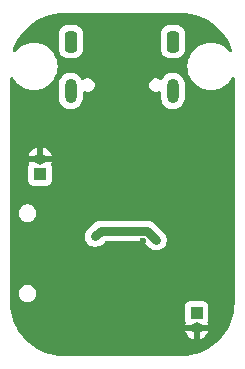
<source format=gbr>
%TF.GenerationSoftware,KiCad,Pcbnew,8.0.1*%
%TF.CreationDate,2024-04-18T20:24:50-07:00*%
%TF.ProjectId,Battery Tester,42617474-6572-4792-9054-65737465722e,rev?*%
%TF.SameCoordinates,Original*%
%TF.FileFunction,Copper,L2,Bot*%
%TF.FilePolarity,Positive*%
%FSLAX46Y46*%
G04 Gerber Fmt 4.6, Leading zero omitted, Abs format (unit mm)*
G04 Created by KiCad (PCBNEW 8.0.1) date 2024-04-18 20:24:50*
%MOMM*%
%LPD*%
G01*
G04 APERTURE LIST*
G04 Aperture macros list*
%AMRoundRect*
0 Rectangle with rounded corners*
0 $1 Rounding radius*
0 $2 $3 $4 $5 $6 $7 $8 $9 X,Y pos of 4 corners*
0 Add a 4 corners polygon primitive as box body*
4,1,4,$2,$3,$4,$5,$6,$7,$8,$9,$2,$3,0*
0 Add four circle primitives for the rounded corners*
1,1,$1+$1,$2,$3*
1,1,$1+$1,$4,$5*
1,1,$1+$1,$6,$7*
1,1,$1+$1,$8,$9*
0 Add four rect primitives between the rounded corners*
20,1,$1+$1,$2,$3,$4,$5,0*
20,1,$1+$1,$4,$5,$6,$7,0*
20,1,$1+$1,$6,$7,$8,$9,0*
20,1,$1+$1,$8,$9,$2,$3,0*%
G04 Aperture macros list end*
%TA.AperFunction,ComponentPad*%
%ADD10R,1.000000X1.000000*%
%TD*%
%TA.AperFunction,ComponentPad*%
%ADD11O,1.000000X1.000000*%
%TD*%
%TA.AperFunction,ComponentPad*%
%ADD12O,1.000000X2.100000*%
%TD*%
%TA.AperFunction,ComponentPad*%
%ADD13RoundRect,0.250000X0.250000X0.650000X-0.250000X0.650000X-0.250000X-0.650000X0.250000X-0.650000X0*%
%TD*%
%TA.AperFunction,ViaPad*%
%ADD14C,0.600000*%
%TD*%
%TA.AperFunction,Conductor*%
%ADD15C,0.750000*%
%TD*%
G04 APERTURE END LIST*
D10*
%TO.P,3.3v,1,Pin_1*%
%TO.N,+3.3V*%
X156275000Y-115850000D03*
D11*
%TO.P,3.3v,2,Pin_2*%
%TO.N,GND*%
X156275000Y-117120000D03*
%TD*%
D12*
%TO.P,J1,SH1,SHELL_GND*%
%TO.N,Net-(J1-SHELL_GND-PadSH1)*%
X154270000Y-97080000D03*
%TO.P,J1,SH2,SHELL_GND*%
X145630000Y-97080000D03*
D13*
%TO.P,J1,SH3,SHELL_GND*%
X154270000Y-92900000D03*
%TO.P,J1,SH4,SHELL_GND*%
X145630000Y-92900000D03*
%TD*%
D10*
%TO.P,BATT,1,+*%
%TO.N,/BATT_CONN*%
X143025000Y-104100000D03*
D11*
%TO.P,BATT,2,-*%
%TO.N,GND*%
X143025000Y-102830000D03*
%TD*%
D14*
%TO.N,GND*%
X151850000Y-102925000D03*
X147750000Y-107700000D03*
X151750000Y-109800000D03*
X150050000Y-102925000D03*
X146775000Y-98800000D03*
X156025000Y-107225000D03*
X153200000Y-98800000D03*
X146850000Y-118050000D03*
X153675000Y-118225000D03*
X146275000Y-106075000D03*
X148250000Y-102950000D03*
X150425000Y-116450000D03*
%TO.N,/BATT_CONN*%
X152875000Y-109700000D03*
X147700000Y-109400000D03*
%TD*%
D15*
%TO.N,/BATT_CONN*%
X152875000Y-109687563D02*
X152112437Y-108925000D01*
X148175000Y-108925000D02*
X147700000Y-109400000D01*
X152112437Y-108925000D02*
X148175000Y-108925000D01*
X152875000Y-109700000D02*
X152875000Y-109687563D01*
%TD*%
%TA.AperFunction,Conductor*%
%TO.N,GND*%
G36*
X155002702Y-90500617D02*
G01*
X155386771Y-90517386D01*
X155397506Y-90518326D01*
X155775971Y-90568152D01*
X155786597Y-90570025D01*
X156159284Y-90652648D01*
X156169710Y-90655442D01*
X156533765Y-90770227D01*
X156543911Y-90773920D01*
X156896578Y-90920000D01*
X156906369Y-90924566D01*
X157244942Y-91100816D01*
X157254310Y-91106224D01*
X157576244Y-91311318D01*
X157585105Y-91317523D01*
X157887930Y-91549889D01*
X157896217Y-91556843D01*
X158177635Y-91814715D01*
X158185284Y-91822364D01*
X158443156Y-92103782D01*
X158450110Y-92112069D01*
X158682476Y-92414894D01*
X158688681Y-92423755D01*
X158893775Y-92745689D01*
X158899183Y-92755057D01*
X159075430Y-93093623D01*
X159080002Y-93103427D01*
X159226075Y-93456078D01*
X159229775Y-93466244D01*
X159286481Y-93646093D01*
X159287867Y-93715949D01*
X159251265Y-93775464D01*
X159188298Y-93805744D01*
X159118956Y-93797174D01*
X159068953Y-93757690D01*
X159015745Y-93686612D01*
X159015729Y-93686594D01*
X158813405Y-93484270D01*
X158813387Y-93484254D01*
X158584317Y-93312775D01*
X158584309Y-93312770D01*
X158333166Y-93175635D01*
X158333167Y-93175635D01*
X158225915Y-93135632D01*
X158065046Y-93075631D01*
X158065043Y-93075630D01*
X158065037Y-93075628D01*
X157785433Y-93014804D01*
X157500001Y-92994390D01*
X157499999Y-92994390D01*
X157214566Y-93014804D01*
X156934962Y-93075628D01*
X156666833Y-93175635D01*
X156415690Y-93312770D01*
X156415682Y-93312775D01*
X156186612Y-93484254D01*
X156186594Y-93484270D01*
X155984270Y-93686594D01*
X155984254Y-93686612D01*
X155812775Y-93915682D01*
X155812770Y-93915690D01*
X155675635Y-94166833D01*
X155575628Y-94434962D01*
X155514804Y-94714566D01*
X155494390Y-94999998D01*
X155494390Y-95000001D01*
X155514804Y-95285433D01*
X155575628Y-95565037D01*
X155575630Y-95565043D01*
X155575631Y-95565046D01*
X155674847Y-95831054D01*
X155675635Y-95833166D01*
X155812770Y-96084309D01*
X155812775Y-96084317D01*
X155984254Y-96313387D01*
X155984270Y-96313405D01*
X156186594Y-96515729D01*
X156186612Y-96515745D01*
X156415682Y-96687224D01*
X156415690Y-96687229D01*
X156666833Y-96824364D01*
X156666832Y-96824364D01*
X156666836Y-96824365D01*
X156666839Y-96824367D01*
X156934954Y-96924369D01*
X156934960Y-96924370D01*
X156934962Y-96924371D01*
X157214566Y-96985195D01*
X157214568Y-96985195D01*
X157214572Y-96985196D01*
X157468220Y-97003337D01*
X157499999Y-97005610D01*
X157500000Y-97005610D01*
X157500001Y-97005610D01*
X157528595Y-97003564D01*
X157785428Y-96985196D01*
X158065046Y-96924369D01*
X158333161Y-96824367D01*
X158584315Y-96687226D01*
X158813395Y-96515739D01*
X159015739Y-96313395D01*
X159187226Y-96084315D01*
X159223992Y-96016982D01*
X159266668Y-95938829D01*
X159316073Y-95889424D01*
X159384346Y-95874572D01*
X159449811Y-95898989D01*
X159491682Y-95954923D01*
X159499500Y-95998256D01*
X159499500Y-114997293D01*
X159499382Y-115002702D01*
X159482614Y-115386750D01*
X159481671Y-115397526D01*
X159431849Y-115775957D01*
X159429971Y-115786610D01*
X159347354Y-116159272D01*
X159344554Y-116169721D01*
X159229775Y-116533755D01*
X159226075Y-116543921D01*
X159080002Y-116896572D01*
X159075430Y-116906376D01*
X158899183Y-117244942D01*
X158893775Y-117254310D01*
X158688681Y-117576244D01*
X158682476Y-117585105D01*
X158450110Y-117887930D01*
X158443156Y-117896217D01*
X158185284Y-118177635D01*
X158177635Y-118185284D01*
X157896217Y-118443156D01*
X157887930Y-118450110D01*
X157585105Y-118682476D01*
X157576244Y-118688681D01*
X157254310Y-118893775D01*
X157244942Y-118899183D01*
X156906376Y-119075430D01*
X156896572Y-119080002D01*
X156543921Y-119226075D01*
X156533755Y-119229775D01*
X156169721Y-119344554D01*
X156159272Y-119347354D01*
X155786610Y-119429971D01*
X155775957Y-119431849D01*
X155397526Y-119481671D01*
X155386750Y-119482614D01*
X155002703Y-119499382D01*
X154997294Y-119499500D01*
X145002706Y-119499500D01*
X144997297Y-119499382D01*
X144613249Y-119482614D01*
X144602473Y-119481671D01*
X144224042Y-119431849D01*
X144213389Y-119429971D01*
X143840727Y-119347354D01*
X143830278Y-119344554D01*
X143466244Y-119229775D01*
X143456078Y-119226075D01*
X143103427Y-119080002D01*
X143093623Y-119075430D01*
X142755057Y-118899183D01*
X142745689Y-118893775D01*
X142423755Y-118688681D01*
X142414894Y-118682476D01*
X142112069Y-118450110D01*
X142103782Y-118443156D01*
X141822364Y-118185284D01*
X141814715Y-118177635D01*
X141556843Y-117896217D01*
X141549889Y-117887930D01*
X141317523Y-117585105D01*
X141311318Y-117576244D01*
X141179926Y-117370000D01*
X155305840Y-117370000D01*
X155346652Y-117504541D01*
X155439503Y-117678253D01*
X155439507Y-117678260D01*
X155564471Y-117830528D01*
X155716739Y-117955491D01*
X155890465Y-118048349D01*
X156025000Y-118089159D01*
X156025000Y-117370000D01*
X155305840Y-117370000D01*
X141179926Y-117370000D01*
X141106224Y-117254310D01*
X141100816Y-117244942D01*
X141058049Y-117162787D01*
X140924566Y-116906369D01*
X140919997Y-116896572D01*
X140904822Y-116859936D01*
X140773920Y-116543911D01*
X140770224Y-116533755D01*
X140746176Y-116457483D01*
X140727380Y-116397870D01*
X155274500Y-116397870D01*
X155274501Y-116397876D01*
X155280908Y-116457483D01*
X155331202Y-116592328D01*
X155331206Y-116592335D01*
X155337561Y-116600824D01*
X155361979Y-116666288D01*
X155348495Y-116729636D01*
X155348981Y-116729838D01*
X155347894Y-116732461D01*
X155347655Y-116733586D01*
X155346650Y-116735464D01*
X155305839Y-116869999D01*
X155305840Y-116870000D01*
X156065382Y-116870000D01*
X156014936Y-116920446D01*
X155972149Y-116994555D01*
X155950000Y-117077213D01*
X155950000Y-117162787D01*
X155972149Y-117245445D01*
X156014936Y-117319554D01*
X156075446Y-117380064D01*
X156149555Y-117422851D01*
X156232213Y-117445000D01*
X156317787Y-117445000D01*
X156400445Y-117422851D01*
X156474554Y-117380064D01*
X156484618Y-117370000D01*
X156525000Y-117370000D01*
X156525000Y-118089159D01*
X156659534Y-118048349D01*
X156833260Y-117955491D01*
X156985528Y-117830528D01*
X157110492Y-117678260D01*
X157110496Y-117678253D01*
X157203347Y-117504541D01*
X157244160Y-117370000D01*
X156525000Y-117370000D01*
X156484618Y-117370000D01*
X156535064Y-117319554D01*
X156577851Y-117245445D01*
X156600000Y-117162787D01*
X156600000Y-117077213D01*
X156577851Y-116994555D01*
X156535064Y-116920446D01*
X156484618Y-116870000D01*
X157244160Y-116870000D01*
X157244160Y-116869999D01*
X157203348Y-116735462D01*
X157202345Y-116733585D01*
X157202115Y-116732483D01*
X157201018Y-116729833D01*
X157201520Y-116729624D01*
X157188105Y-116665182D01*
X157212440Y-116600821D01*
X157218796Y-116592331D01*
X157269091Y-116457483D01*
X157275500Y-116397873D01*
X157275499Y-115302128D01*
X157269091Y-115242517D01*
X157218796Y-115107669D01*
X157218795Y-115107668D01*
X157218793Y-115107664D01*
X157132547Y-114992455D01*
X157132544Y-114992452D01*
X157017335Y-114906206D01*
X157017328Y-114906202D01*
X156882482Y-114855908D01*
X156882483Y-114855908D01*
X156822883Y-114849501D01*
X156822881Y-114849500D01*
X156822873Y-114849500D01*
X156822864Y-114849500D01*
X155727129Y-114849500D01*
X155727123Y-114849501D01*
X155667516Y-114855908D01*
X155532671Y-114906202D01*
X155532664Y-114906206D01*
X155417455Y-114992452D01*
X155417452Y-114992455D01*
X155331206Y-115107664D01*
X155331202Y-115107671D01*
X155280908Y-115242517D01*
X155274501Y-115302116D01*
X155274501Y-115302123D01*
X155274500Y-115302135D01*
X155274500Y-116397870D01*
X140727380Y-116397870D01*
X140655442Y-116169710D01*
X140652648Y-116159284D01*
X140570025Y-115786597D01*
X140568152Y-115775971D01*
X140518326Y-115397506D01*
X140517386Y-115386771D01*
X140500618Y-115002702D01*
X140500500Y-114997293D01*
X140500500Y-114298920D01*
X141199499Y-114298920D01*
X141228340Y-114443907D01*
X141228343Y-114443917D01*
X141284912Y-114580488D01*
X141284919Y-114580501D01*
X141367048Y-114703415D01*
X141367051Y-114703419D01*
X141471580Y-114807948D01*
X141471584Y-114807951D01*
X141594498Y-114890080D01*
X141594511Y-114890087D01*
X141731082Y-114946656D01*
X141731087Y-114946658D01*
X141731091Y-114946658D01*
X141731092Y-114946659D01*
X141876079Y-114975500D01*
X141876082Y-114975500D01*
X142023920Y-114975500D01*
X142121462Y-114956096D01*
X142168913Y-114946658D01*
X142305495Y-114890084D01*
X142428416Y-114807951D01*
X142532951Y-114703416D01*
X142615084Y-114580495D01*
X142671658Y-114443913D01*
X142700500Y-114298918D01*
X142700500Y-114151082D01*
X142700500Y-114151079D01*
X142671659Y-114006092D01*
X142671658Y-114006091D01*
X142671658Y-114006087D01*
X142671656Y-114006082D01*
X142615087Y-113869511D01*
X142615080Y-113869498D01*
X142532951Y-113746584D01*
X142532948Y-113746580D01*
X142428419Y-113642051D01*
X142428415Y-113642048D01*
X142305501Y-113559919D01*
X142305488Y-113559912D01*
X142168917Y-113503343D01*
X142168907Y-113503340D01*
X142023920Y-113474500D01*
X142023918Y-113474500D01*
X141876082Y-113474500D01*
X141876080Y-113474500D01*
X141731092Y-113503340D01*
X141731082Y-113503343D01*
X141594511Y-113559912D01*
X141594498Y-113559919D01*
X141471584Y-113642048D01*
X141471580Y-113642051D01*
X141367051Y-113746580D01*
X141367048Y-113746584D01*
X141284919Y-113869498D01*
X141284912Y-113869511D01*
X141228343Y-114006082D01*
X141228340Y-114006092D01*
X141199500Y-114151079D01*
X141199500Y-114151082D01*
X141199500Y-114298918D01*
X141199500Y-114298920D01*
X141199499Y-114298920D01*
X140500500Y-114298920D01*
X140500500Y-109486233D01*
X146824500Y-109486233D01*
X146858143Y-109655366D01*
X146858146Y-109655378D01*
X146924138Y-109814698D01*
X146924145Y-109814711D01*
X147019954Y-109958098D01*
X147019957Y-109958102D01*
X147141897Y-110080042D01*
X147141901Y-110080045D01*
X147285288Y-110175854D01*
X147285301Y-110175861D01*
X147417864Y-110230770D01*
X147444626Y-110241855D01*
X147613766Y-110275499D01*
X147613769Y-110275500D01*
X147613771Y-110275500D01*
X147786231Y-110275500D01*
X147786232Y-110275499D01*
X147955374Y-110241855D01*
X148114705Y-110175858D01*
X148258099Y-110080045D01*
X148501325Y-109836819D01*
X148562648Y-109803334D01*
X148589006Y-109800500D01*
X151698431Y-109800500D01*
X151765470Y-109820185D01*
X151786112Y-109836819D01*
X152161273Y-110211980D01*
X152176694Y-110230770D01*
X152194954Y-110258098D01*
X152194957Y-110258102D01*
X152316897Y-110380042D01*
X152316901Y-110380045D01*
X152460288Y-110475854D01*
X152460301Y-110475861D01*
X152619621Y-110541853D01*
X152619626Y-110541855D01*
X152788766Y-110575499D01*
X152788769Y-110575500D01*
X152788771Y-110575500D01*
X152961231Y-110575500D01*
X152961232Y-110575499D01*
X153130374Y-110541855D01*
X153289705Y-110475858D01*
X153433099Y-110380045D01*
X153555045Y-110258099D01*
X153650858Y-110114705D01*
X153716855Y-109955374D01*
X153750500Y-109786229D01*
X153750500Y-109601334D01*
X153750500Y-109601331D01*
X153750499Y-109601329D01*
X153716856Y-109432196D01*
X153716855Y-109432189D01*
X153667803Y-109313766D01*
X153650861Y-109272864D01*
X153650854Y-109272851D01*
X153555046Y-109129465D01*
X153555045Y-109129464D01*
X153433099Y-109007518D01*
X153267478Y-108841897D01*
X152670539Y-108244957D01*
X152670535Y-108244954D01*
X152527148Y-108149145D01*
X152527135Y-108149138D01*
X152367815Y-108083146D01*
X152367803Y-108083143D01*
X152198669Y-108049500D01*
X152198666Y-108049500D01*
X148261229Y-108049500D01*
X148088771Y-108049500D01*
X148088768Y-108049500D01*
X147919633Y-108083143D01*
X147919621Y-108083146D01*
X147760301Y-108149138D01*
X147760288Y-108149145D01*
X147616901Y-108244954D01*
X147616897Y-108244957D01*
X147019957Y-108841897D01*
X147019954Y-108841901D01*
X146924145Y-108985288D01*
X146924138Y-108985301D01*
X146858146Y-109144621D01*
X146858143Y-109144633D01*
X146824500Y-109313766D01*
X146824500Y-109486233D01*
X140500500Y-109486233D01*
X140500500Y-107498920D01*
X141199499Y-107498920D01*
X141228340Y-107643907D01*
X141228343Y-107643917D01*
X141284912Y-107780488D01*
X141284919Y-107780501D01*
X141367048Y-107903415D01*
X141367051Y-107903419D01*
X141471580Y-108007948D01*
X141471584Y-108007951D01*
X141594498Y-108090080D01*
X141594511Y-108090087D01*
X141731082Y-108146656D01*
X141731087Y-108146658D01*
X141731091Y-108146658D01*
X141731092Y-108146659D01*
X141876079Y-108175500D01*
X141876082Y-108175500D01*
X142023920Y-108175500D01*
X142156425Y-108149142D01*
X142168913Y-108146658D01*
X142305495Y-108090084D01*
X142428416Y-108007951D01*
X142532951Y-107903416D01*
X142615084Y-107780495D01*
X142671658Y-107643913D01*
X142700500Y-107498918D01*
X142700500Y-107351082D01*
X142700500Y-107351079D01*
X142671659Y-107206092D01*
X142671658Y-107206091D01*
X142671658Y-107206087D01*
X142671656Y-107206082D01*
X142615087Y-107069511D01*
X142615080Y-107069498D01*
X142532951Y-106946584D01*
X142532948Y-106946580D01*
X142428419Y-106842051D01*
X142428415Y-106842048D01*
X142305501Y-106759919D01*
X142305488Y-106759912D01*
X142168917Y-106703343D01*
X142168907Y-106703340D01*
X142023920Y-106674500D01*
X142023918Y-106674500D01*
X141876082Y-106674500D01*
X141876080Y-106674500D01*
X141731092Y-106703340D01*
X141731082Y-106703343D01*
X141594511Y-106759912D01*
X141594498Y-106759919D01*
X141471584Y-106842048D01*
X141471580Y-106842051D01*
X141367051Y-106946580D01*
X141367048Y-106946584D01*
X141284919Y-107069498D01*
X141284912Y-107069511D01*
X141228343Y-107206082D01*
X141228340Y-107206092D01*
X141199500Y-107351079D01*
X141199500Y-107351082D01*
X141199500Y-107498918D01*
X141199500Y-107498920D01*
X141199499Y-107498920D01*
X140500500Y-107498920D01*
X140500500Y-104647870D01*
X142024500Y-104647870D01*
X142024501Y-104647876D01*
X142030908Y-104707483D01*
X142081202Y-104842328D01*
X142081206Y-104842335D01*
X142167452Y-104957544D01*
X142167455Y-104957547D01*
X142282664Y-105043793D01*
X142282671Y-105043797D01*
X142417517Y-105094091D01*
X142417516Y-105094091D01*
X142424444Y-105094835D01*
X142477127Y-105100500D01*
X143572872Y-105100499D01*
X143632483Y-105094091D01*
X143767331Y-105043796D01*
X143882546Y-104957546D01*
X143968796Y-104842331D01*
X144019091Y-104707483D01*
X144025500Y-104647873D01*
X144025499Y-103552128D01*
X144019091Y-103492517D01*
X143968796Y-103357669D01*
X143968794Y-103357666D01*
X143968793Y-103357664D01*
X143962439Y-103349176D01*
X143938021Y-103283712D01*
X143951505Y-103220369D01*
X143951018Y-103220167D01*
X143952110Y-103217530D01*
X143952349Y-103216408D01*
X143953347Y-103214539D01*
X143994160Y-103080000D01*
X143234618Y-103080000D01*
X143285064Y-103029554D01*
X143327851Y-102955445D01*
X143350000Y-102872787D01*
X143350000Y-102787213D01*
X143327851Y-102704555D01*
X143285064Y-102630446D01*
X143224554Y-102569936D01*
X143150445Y-102527149D01*
X143067787Y-102505000D01*
X142982213Y-102505000D01*
X142899555Y-102527149D01*
X142825446Y-102569936D01*
X142764936Y-102630446D01*
X142722149Y-102704555D01*
X142700000Y-102787213D01*
X142700000Y-102872787D01*
X142722149Y-102955445D01*
X142764936Y-103029554D01*
X142815382Y-103080000D01*
X142055840Y-103080000D01*
X142096651Y-103214537D01*
X142097651Y-103216407D01*
X142097878Y-103217501D01*
X142098981Y-103220162D01*
X142098476Y-103220370D01*
X142111896Y-103284809D01*
X142087564Y-103349172D01*
X142081205Y-103357666D01*
X142081202Y-103357671D01*
X142030908Y-103492517D01*
X142024501Y-103552116D01*
X142024501Y-103552123D01*
X142024500Y-103552135D01*
X142024500Y-104647870D01*
X140500500Y-104647870D01*
X140500500Y-102579999D01*
X142055839Y-102579999D01*
X142055840Y-102580000D01*
X142775000Y-102580000D01*
X142775000Y-101860839D01*
X143275000Y-101860839D01*
X143275000Y-102580000D01*
X143994160Y-102580000D01*
X143994160Y-102579999D01*
X143953347Y-102445458D01*
X143860496Y-102271746D01*
X143860492Y-102271739D01*
X143735528Y-102119471D01*
X143583260Y-101994507D01*
X143583253Y-101994503D01*
X143409541Y-101901652D01*
X143275000Y-101860839D01*
X142775000Y-101860839D01*
X142774999Y-101860839D01*
X142640458Y-101901652D01*
X142466746Y-101994503D01*
X142466739Y-101994507D01*
X142314471Y-102119471D01*
X142189507Y-102271739D01*
X142189503Y-102271746D01*
X142096652Y-102445458D01*
X142055839Y-102579999D01*
X140500500Y-102579999D01*
X140500500Y-97728543D01*
X144629499Y-97728543D01*
X144667947Y-97921829D01*
X144667950Y-97921839D01*
X144743364Y-98103907D01*
X144743371Y-98103920D01*
X144852860Y-98267781D01*
X144852863Y-98267785D01*
X144992214Y-98407136D01*
X144992218Y-98407139D01*
X145156079Y-98516628D01*
X145156092Y-98516635D01*
X145338160Y-98592049D01*
X145338165Y-98592051D01*
X145338169Y-98592051D01*
X145338170Y-98592052D01*
X145531456Y-98630500D01*
X145531459Y-98630500D01*
X145728543Y-98630500D01*
X145858582Y-98604632D01*
X145921835Y-98592051D01*
X146103914Y-98516632D01*
X146267782Y-98407139D01*
X146407139Y-98267782D01*
X146516632Y-98103914D01*
X146592051Y-97921835D01*
X146630500Y-97728541D01*
X146630500Y-97211333D01*
X146650185Y-97144294D01*
X146702989Y-97098539D01*
X146772147Y-97088595D01*
X146816501Y-97103947D01*
X146837859Y-97116278D01*
X146837860Y-97116278D01*
X146837865Y-97116281D01*
X146984234Y-97155500D01*
X146984236Y-97155500D01*
X147135764Y-97155500D01*
X147135766Y-97155500D01*
X147282135Y-97116281D01*
X147413365Y-97040515D01*
X147520515Y-96933365D01*
X147596281Y-96802135D01*
X147635500Y-96655766D01*
X152264500Y-96655766D01*
X152284109Y-96728950D01*
X152303719Y-96802136D01*
X152341602Y-96867750D01*
X152379485Y-96933365D01*
X152486635Y-97040515D01*
X152569912Y-97088595D01*
X152617861Y-97116279D01*
X152617865Y-97116281D01*
X152764234Y-97155500D01*
X152764236Y-97155500D01*
X152915764Y-97155500D01*
X152915766Y-97155500D01*
X153062135Y-97116281D01*
X153072451Y-97110325D01*
X153083499Y-97103947D01*
X153151398Y-97087473D01*
X153217426Y-97110325D01*
X153260617Y-97165245D01*
X153269500Y-97211333D01*
X153269500Y-97728541D01*
X153269500Y-97728543D01*
X153269499Y-97728543D01*
X153307947Y-97921829D01*
X153307950Y-97921839D01*
X153383364Y-98103907D01*
X153383371Y-98103920D01*
X153492860Y-98267781D01*
X153492863Y-98267785D01*
X153632214Y-98407136D01*
X153632218Y-98407139D01*
X153796079Y-98516628D01*
X153796092Y-98516635D01*
X153978160Y-98592049D01*
X153978165Y-98592051D01*
X153978169Y-98592051D01*
X153978170Y-98592052D01*
X154171456Y-98630500D01*
X154171459Y-98630500D01*
X154368543Y-98630500D01*
X154498582Y-98604632D01*
X154561835Y-98592051D01*
X154743914Y-98516632D01*
X154907782Y-98407139D01*
X155047139Y-98267782D01*
X155156632Y-98103914D01*
X155232051Y-97921835D01*
X155270500Y-97728541D01*
X155270500Y-96431459D01*
X155270500Y-96431456D01*
X155232052Y-96238170D01*
X155232051Y-96238169D01*
X155232051Y-96238165D01*
X155227274Y-96226632D01*
X155156635Y-96056092D01*
X155156628Y-96056079D01*
X155047139Y-95892218D01*
X155047136Y-95892214D01*
X154907785Y-95752863D01*
X154907781Y-95752860D01*
X154743920Y-95643371D01*
X154743907Y-95643364D01*
X154561839Y-95567950D01*
X154561829Y-95567947D01*
X154368543Y-95529500D01*
X154368541Y-95529500D01*
X154171459Y-95529500D01*
X154171457Y-95529500D01*
X153978170Y-95567947D01*
X153978160Y-95567950D01*
X153796092Y-95643364D01*
X153796079Y-95643371D01*
X153632218Y-95752860D01*
X153632214Y-95752863D01*
X153492863Y-95892214D01*
X153492860Y-95892218D01*
X153383371Y-96056079D01*
X153383363Y-96056094D01*
X153379456Y-96065528D01*
X153335615Y-96119931D01*
X153269320Y-96141995D01*
X153201621Y-96124715D01*
X153196968Y-96121566D01*
X153193366Y-96119486D01*
X153193365Y-96119485D01*
X153099899Y-96065522D01*
X153062136Y-96043719D01*
X152988950Y-96024109D01*
X152915766Y-96004500D01*
X152764234Y-96004500D01*
X152617863Y-96043719D01*
X152486635Y-96119485D01*
X152486632Y-96119487D01*
X152379487Y-96226632D01*
X152379485Y-96226635D01*
X152303719Y-96357863D01*
X152284000Y-96431459D01*
X152264500Y-96504234D01*
X152264500Y-96655766D01*
X147635500Y-96655766D01*
X147635500Y-96504234D01*
X147596281Y-96357865D01*
X147520515Y-96226635D01*
X147413365Y-96119485D01*
X147342838Y-96078766D01*
X147282136Y-96043719D01*
X147208950Y-96024109D01*
X147135766Y-96004500D01*
X146984234Y-96004500D01*
X146837863Y-96043719D01*
X146746428Y-96096510D01*
X146706635Y-96119485D01*
X146706633Y-96119486D01*
X146699597Y-96123549D01*
X146698254Y-96121224D01*
X146645391Y-96141647D01*
X146576949Y-96127592D01*
X146526971Y-96078766D01*
X146520540Y-96065522D01*
X146516632Y-96056087D01*
X146516628Y-96056079D01*
X146407139Y-95892218D01*
X146407136Y-95892214D01*
X146267785Y-95752863D01*
X146267781Y-95752860D01*
X146103920Y-95643371D01*
X146103907Y-95643364D01*
X145921839Y-95567950D01*
X145921829Y-95567947D01*
X145728543Y-95529500D01*
X145728541Y-95529500D01*
X145531459Y-95529500D01*
X145531457Y-95529500D01*
X145338170Y-95567947D01*
X145338160Y-95567950D01*
X145156092Y-95643364D01*
X145156079Y-95643371D01*
X144992218Y-95752860D01*
X144992214Y-95752863D01*
X144852863Y-95892214D01*
X144852860Y-95892218D01*
X144743371Y-96056079D01*
X144743364Y-96056092D01*
X144667950Y-96238160D01*
X144667947Y-96238170D01*
X144629500Y-96431456D01*
X144629500Y-96431459D01*
X144629500Y-97728541D01*
X144629500Y-97728543D01*
X144629499Y-97728543D01*
X140500500Y-97728543D01*
X140500500Y-95998256D01*
X140520185Y-95931217D01*
X140572989Y-95885462D01*
X140642147Y-95875518D01*
X140705703Y-95904543D01*
X140733332Y-95938829D01*
X140812770Y-96084309D01*
X140812775Y-96084317D01*
X140984254Y-96313387D01*
X140984270Y-96313405D01*
X141186594Y-96515729D01*
X141186612Y-96515745D01*
X141415682Y-96687224D01*
X141415690Y-96687229D01*
X141666833Y-96824364D01*
X141666832Y-96824364D01*
X141666836Y-96824365D01*
X141666839Y-96824367D01*
X141934954Y-96924369D01*
X141934960Y-96924370D01*
X141934962Y-96924371D01*
X142214566Y-96985195D01*
X142214568Y-96985195D01*
X142214572Y-96985196D01*
X142468220Y-97003337D01*
X142499999Y-97005610D01*
X142500000Y-97005610D01*
X142500001Y-97005610D01*
X142528595Y-97003564D01*
X142785428Y-96985196D01*
X143065046Y-96924369D01*
X143333161Y-96824367D01*
X143584315Y-96687226D01*
X143813395Y-96515739D01*
X144015739Y-96313395D01*
X144187226Y-96084315D01*
X144324367Y-95833161D01*
X144424369Y-95565046D01*
X144485196Y-95285428D01*
X144505610Y-95000000D01*
X144485196Y-94714572D01*
X144424369Y-94434954D01*
X144324367Y-94166839D01*
X144244025Y-94019705D01*
X144187229Y-93915690D01*
X144187224Y-93915682D01*
X144015745Y-93686612D01*
X144015729Y-93686594D01*
X143929136Y-93600001D01*
X144629500Y-93600001D01*
X144629501Y-93600018D01*
X144640000Y-93702796D01*
X144640001Y-93702799D01*
X144695185Y-93869331D01*
X144695187Y-93869336D01*
X144723775Y-93915685D01*
X144787288Y-94018656D01*
X144911344Y-94142712D01*
X145060666Y-94234814D01*
X145227203Y-94289999D01*
X145329991Y-94300500D01*
X145930008Y-94300499D01*
X145930016Y-94300498D01*
X145930019Y-94300498D01*
X146001001Y-94293247D01*
X146032797Y-94289999D01*
X146199334Y-94234814D01*
X146348656Y-94142712D01*
X146472712Y-94018656D01*
X146564814Y-93869334D01*
X146619999Y-93702797D01*
X146630500Y-93600009D01*
X146630500Y-93600001D01*
X153269500Y-93600001D01*
X153269501Y-93600018D01*
X153280000Y-93702796D01*
X153280001Y-93702799D01*
X153335185Y-93869331D01*
X153335187Y-93869336D01*
X153363775Y-93915685D01*
X153427288Y-94018656D01*
X153551344Y-94142712D01*
X153700666Y-94234814D01*
X153867203Y-94289999D01*
X153969991Y-94300500D01*
X154570008Y-94300499D01*
X154570016Y-94300498D01*
X154570019Y-94300498D01*
X154641001Y-94293247D01*
X154672797Y-94289999D01*
X154839334Y-94234814D01*
X154988656Y-94142712D01*
X155112712Y-94018656D01*
X155204814Y-93869334D01*
X155259999Y-93702797D01*
X155270500Y-93600009D01*
X155270499Y-92199992D01*
X155259999Y-92097203D01*
X155204814Y-91930666D01*
X155112712Y-91781344D01*
X154988656Y-91657288D01*
X154839334Y-91565186D01*
X154672797Y-91510001D01*
X154672795Y-91510000D01*
X154570010Y-91499500D01*
X153969998Y-91499500D01*
X153969980Y-91499501D01*
X153867203Y-91510000D01*
X153867200Y-91510001D01*
X153700668Y-91565185D01*
X153700663Y-91565187D01*
X153551342Y-91657289D01*
X153427289Y-91781342D01*
X153335187Y-91930663D01*
X153335186Y-91930666D01*
X153280001Y-92097203D01*
X153280001Y-92097204D01*
X153280000Y-92097204D01*
X153269500Y-92199983D01*
X153269500Y-93600001D01*
X146630500Y-93600001D01*
X146630499Y-92199992D01*
X146619999Y-92097203D01*
X146564814Y-91930666D01*
X146472712Y-91781344D01*
X146348656Y-91657288D01*
X146199334Y-91565186D01*
X146032797Y-91510001D01*
X146032795Y-91510000D01*
X145930010Y-91499500D01*
X145329998Y-91499500D01*
X145329980Y-91499501D01*
X145227203Y-91510000D01*
X145227200Y-91510001D01*
X145060668Y-91565185D01*
X145060663Y-91565187D01*
X144911342Y-91657289D01*
X144787289Y-91781342D01*
X144695187Y-91930663D01*
X144695186Y-91930666D01*
X144640001Y-92097203D01*
X144640001Y-92097204D01*
X144640000Y-92097204D01*
X144629500Y-92199983D01*
X144629500Y-93600001D01*
X143929136Y-93600001D01*
X143813405Y-93484270D01*
X143813387Y-93484254D01*
X143584317Y-93312775D01*
X143584309Y-93312770D01*
X143333166Y-93175635D01*
X143333167Y-93175635D01*
X143225915Y-93135632D01*
X143065046Y-93075631D01*
X143065043Y-93075630D01*
X143065037Y-93075628D01*
X142785433Y-93014804D01*
X142500001Y-92994390D01*
X142499999Y-92994390D01*
X142214566Y-93014804D01*
X141934962Y-93075628D01*
X141666833Y-93175635D01*
X141415690Y-93312770D01*
X141415682Y-93312775D01*
X141186612Y-93484254D01*
X141186594Y-93484270D01*
X140984270Y-93686594D01*
X140984259Y-93686606D01*
X140931046Y-93757691D01*
X140875112Y-93799562D01*
X140805420Y-93804546D01*
X140744097Y-93771061D01*
X140710613Y-93709737D01*
X140713517Y-93646096D01*
X140770230Y-93466227D01*
X140773917Y-93456095D01*
X140920003Y-93103412D01*
X140924561Y-93093638D01*
X141100822Y-92755045D01*
X141106217Y-92745700D01*
X141311325Y-92423744D01*
X141317515Y-92414905D01*
X141549896Y-92112060D01*
X141556834Y-92103791D01*
X141814726Y-91822352D01*
X141822352Y-91814726D01*
X142103791Y-91556834D01*
X142112060Y-91549896D01*
X142414905Y-91317515D01*
X142423744Y-91311325D01*
X142745700Y-91106217D01*
X142755045Y-91100822D01*
X143093638Y-90924561D01*
X143103412Y-90920003D01*
X143456095Y-90773917D01*
X143466227Y-90770230D01*
X143830295Y-90655440D01*
X143840709Y-90652649D01*
X144213405Y-90570025D01*
X144224025Y-90568152D01*
X144602495Y-90518326D01*
X144613226Y-90517386D01*
X144997297Y-90500617D01*
X145002706Y-90500500D01*
X145065892Y-90500500D01*
X154934108Y-90500500D01*
X154997294Y-90500500D01*
X155002702Y-90500617D01*
G37*
%TD.AperFunction*%
%TD*%
M02*

</source>
